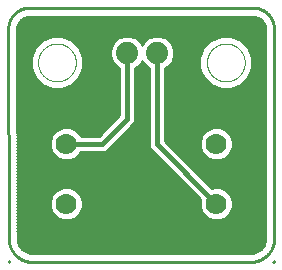
<source format=gbl>
G75*
%MOIN*%
%OFA0B0*%
%FSLAX25Y25*%
%IPPOS*%
%LPD*%
%AMOC8*
5,1,8,0,0,1.08239X$1,22.5*
%
%ADD10C,0.00000*%
%ADD11C,0.01000*%
%ADD12C,0.07000*%
%ADD13C,0.07400*%
%ADD14C,0.01500*%
%ADD15C,0.02978*%
D10*
X0011443Y0068035D02*
X0011445Y0068193D01*
X0011451Y0068351D01*
X0011461Y0068509D01*
X0011475Y0068667D01*
X0011493Y0068824D01*
X0011514Y0068981D01*
X0011540Y0069137D01*
X0011570Y0069293D01*
X0011603Y0069448D01*
X0011641Y0069601D01*
X0011682Y0069754D01*
X0011727Y0069906D01*
X0011776Y0070057D01*
X0011829Y0070206D01*
X0011885Y0070354D01*
X0011945Y0070500D01*
X0012009Y0070645D01*
X0012077Y0070788D01*
X0012148Y0070930D01*
X0012222Y0071070D01*
X0012300Y0071207D01*
X0012382Y0071343D01*
X0012466Y0071477D01*
X0012555Y0071608D01*
X0012646Y0071737D01*
X0012741Y0071864D01*
X0012838Y0071989D01*
X0012939Y0072111D01*
X0013043Y0072230D01*
X0013150Y0072347D01*
X0013260Y0072461D01*
X0013373Y0072572D01*
X0013488Y0072681D01*
X0013606Y0072786D01*
X0013727Y0072888D01*
X0013850Y0072988D01*
X0013976Y0073084D01*
X0014104Y0073177D01*
X0014234Y0073267D01*
X0014367Y0073353D01*
X0014502Y0073437D01*
X0014638Y0073516D01*
X0014777Y0073593D01*
X0014918Y0073665D01*
X0015060Y0073735D01*
X0015204Y0073800D01*
X0015350Y0073862D01*
X0015497Y0073920D01*
X0015646Y0073975D01*
X0015796Y0074026D01*
X0015947Y0074073D01*
X0016099Y0074116D01*
X0016252Y0074155D01*
X0016407Y0074191D01*
X0016562Y0074222D01*
X0016718Y0074250D01*
X0016874Y0074274D01*
X0017031Y0074294D01*
X0017189Y0074310D01*
X0017346Y0074322D01*
X0017505Y0074330D01*
X0017663Y0074334D01*
X0017821Y0074334D01*
X0017979Y0074330D01*
X0018138Y0074322D01*
X0018295Y0074310D01*
X0018453Y0074294D01*
X0018610Y0074274D01*
X0018766Y0074250D01*
X0018922Y0074222D01*
X0019077Y0074191D01*
X0019232Y0074155D01*
X0019385Y0074116D01*
X0019537Y0074073D01*
X0019688Y0074026D01*
X0019838Y0073975D01*
X0019987Y0073920D01*
X0020134Y0073862D01*
X0020280Y0073800D01*
X0020424Y0073735D01*
X0020566Y0073665D01*
X0020707Y0073593D01*
X0020846Y0073516D01*
X0020982Y0073437D01*
X0021117Y0073353D01*
X0021250Y0073267D01*
X0021380Y0073177D01*
X0021508Y0073084D01*
X0021634Y0072988D01*
X0021757Y0072888D01*
X0021878Y0072786D01*
X0021996Y0072681D01*
X0022111Y0072572D01*
X0022224Y0072461D01*
X0022334Y0072347D01*
X0022441Y0072230D01*
X0022545Y0072111D01*
X0022646Y0071989D01*
X0022743Y0071864D01*
X0022838Y0071737D01*
X0022929Y0071608D01*
X0023018Y0071477D01*
X0023102Y0071343D01*
X0023184Y0071207D01*
X0023262Y0071070D01*
X0023336Y0070930D01*
X0023407Y0070788D01*
X0023475Y0070645D01*
X0023539Y0070500D01*
X0023599Y0070354D01*
X0023655Y0070206D01*
X0023708Y0070057D01*
X0023757Y0069906D01*
X0023802Y0069754D01*
X0023843Y0069601D01*
X0023881Y0069448D01*
X0023914Y0069293D01*
X0023944Y0069137D01*
X0023970Y0068981D01*
X0023991Y0068824D01*
X0024009Y0068667D01*
X0024023Y0068509D01*
X0024033Y0068351D01*
X0024039Y0068193D01*
X0024041Y0068035D01*
X0024039Y0067877D01*
X0024033Y0067719D01*
X0024023Y0067561D01*
X0024009Y0067403D01*
X0023991Y0067246D01*
X0023970Y0067089D01*
X0023944Y0066933D01*
X0023914Y0066777D01*
X0023881Y0066622D01*
X0023843Y0066469D01*
X0023802Y0066316D01*
X0023757Y0066164D01*
X0023708Y0066013D01*
X0023655Y0065864D01*
X0023599Y0065716D01*
X0023539Y0065570D01*
X0023475Y0065425D01*
X0023407Y0065282D01*
X0023336Y0065140D01*
X0023262Y0065000D01*
X0023184Y0064863D01*
X0023102Y0064727D01*
X0023018Y0064593D01*
X0022929Y0064462D01*
X0022838Y0064333D01*
X0022743Y0064206D01*
X0022646Y0064081D01*
X0022545Y0063959D01*
X0022441Y0063840D01*
X0022334Y0063723D01*
X0022224Y0063609D01*
X0022111Y0063498D01*
X0021996Y0063389D01*
X0021878Y0063284D01*
X0021757Y0063182D01*
X0021634Y0063082D01*
X0021508Y0062986D01*
X0021380Y0062893D01*
X0021250Y0062803D01*
X0021117Y0062717D01*
X0020982Y0062633D01*
X0020846Y0062554D01*
X0020707Y0062477D01*
X0020566Y0062405D01*
X0020424Y0062335D01*
X0020280Y0062270D01*
X0020134Y0062208D01*
X0019987Y0062150D01*
X0019838Y0062095D01*
X0019688Y0062044D01*
X0019537Y0061997D01*
X0019385Y0061954D01*
X0019232Y0061915D01*
X0019077Y0061879D01*
X0018922Y0061848D01*
X0018766Y0061820D01*
X0018610Y0061796D01*
X0018453Y0061776D01*
X0018295Y0061760D01*
X0018138Y0061748D01*
X0017979Y0061740D01*
X0017821Y0061736D01*
X0017663Y0061736D01*
X0017505Y0061740D01*
X0017346Y0061748D01*
X0017189Y0061760D01*
X0017031Y0061776D01*
X0016874Y0061796D01*
X0016718Y0061820D01*
X0016562Y0061848D01*
X0016407Y0061879D01*
X0016252Y0061915D01*
X0016099Y0061954D01*
X0015947Y0061997D01*
X0015796Y0062044D01*
X0015646Y0062095D01*
X0015497Y0062150D01*
X0015350Y0062208D01*
X0015204Y0062270D01*
X0015060Y0062335D01*
X0014918Y0062405D01*
X0014777Y0062477D01*
X0014638Y0062554D01*
X0014502Y0062633D01*
X0014367Y0062717D01*
X0014234Y0062803D01*
X0014104Y0062893D01*
X0013976Y0062986D01*
X0013850Y0063082D01*
X0013727Y0063182D01*
X0013606Y0063284D01*
X0013488Y0063389D01*
X0013373Y0063498D01*
X0013260Y0063609D01*
X0013150Y0063723D01*
X0013043Y0063840D01*
X0012939Y0063959D01*
X0012838Y0064081D01*
X0012741Y0064206D01*
X0012646Y0064333D01*
X0012555Y0064462D01*
X0012466Y0064593D01*
X0012382Y0064727D01*
X0012300Y0064863D01*
X0012222Y0065000D01*
X0012148Y0065140D01*
X0012077Y0065282D01*
X0012009Y0065425D01*
X0011945Y0065570D01*
X0011885Y0065716D01*
X0011829Y0065864D01*
X0011776Y0066013D01*
X0011727Y0066164D01*
X0011682Y0066316D01*
X0011641Y0066469D01*
X0011603Y0066622D01*
X0011570Y0066777D01*
X0011540Y0066933D01*
X0011514Y0067089D01*
X0011493Y0067246D01*
X0011475Y0067403D01*
X0011461Y0067561D01*
X0011451Y0067719D01*
X0011445Y0067877D01*
X0011443Y0068035D01*
X0067742Y0068035D02*
X0067744Y0068193D01*
X0067750Y0068351D01*
X0067760Y0068509D01*
X0067774Y0068667D01*
X0067792Y0068824D01*
X0067813Y0068981D01*
X0067839Y0069137D01*
X0067869Y0069293D01*
X0067902Y0069448D01*
X0067940Y0069601D01*
X0067981Y0069754D01*
X0068026Y0069906D01*
X0068075Y0070057D01*
X0068128Y0070206D01*
X0068184Y0070354D01*
X0068244Y0070500D01*
X0068308Y0070645D01*
X0068376Y0070788D01*
X0068447Y0070930D01*
X0068521Y0071070D01*
X0068599Y0071207D01*
X0068681Y0071343D01*
X0068765Y0071477D01*
X0068854Y0071608D01*
X0068945Y0071737D01*
X0069040Y0071864D01*
X0069137Y0071989D01*
X0069238Y0072111D01*
X0069342Y0072230D01*
X0069449Y0072347D01*
X0069559Y0072461D01*
X0069672Y0072572D01*
X0069787Y0072681D01*
X0069905Y0072786D01*
X0070026Y0072888D01*
X0070149Y0072988D01*
X0070275Y0073084D01*
X0070403Y0073177D01*
X0070533Y0073267D01*
X0070666Y0073353D01*
X0070801Y0073437D01*
X0070937Y0073516D01*
X0071076Y0073593D01*
X0071217Y0073665D01*
X0071359Y0073735D01*
X0071503Y0073800D01*
X0071649Y0073862D01*
X0071796Y0073920D01*
X0071945Y0073975D01*
X0072095Y0074026D01*
X0072246Y0074073D01*
X0072398Y0074116D01*
X0072551Y0074155D01*
X0072706Y0074191D01*
X0072861Y0074222D01*
X0073017Y0074250D01*
X0073173Y0074274D01*
X0073330Y0074294D01*
X0073488Y0074310D01*
X0073645Y0074322D01*
X0073804Y0074330D01*
X0073962Y0074334D01*
X0074120Y0074334D01*
X0074278Y0074330D01*
X0074437Y0074322D01*
X0074594Y0074310D01*
X0074752Y0074294D01*
X0074909Y0074274D01*
X0075065Y0074250D01*
X0075221Y0074222D01*
X0075376Y0074191D01*
X0075531Y0074155D01*
X0075684Y0074116D01*
X0075836Y0074073D01*
X0075987Y0074026D01*
X0076137Y0073975D01*
X0076286Y0073920D01*
X0076433Y0073862D01*
X0076579Y0073800D01*
X0076723Y0073735D01*
X0076865Y0073665D01*
X0077006Y0073593D01*
X0077145Y0073516D01*
X0077281Y0073437D01*
X0077416Y0073353D01*
X0077549Y0073267D01*
X0077679Y0073177D01*
X0077807Y0073084D01*
X0077933Y0072988D01*
X0078056Y0072888D01*
X0078177Y0072786D01*
X0078295Y0072681D01*
X0078410Y0072572D01*
X0078523Y0072461D01*
X0078633Y0072347D01*
X0078740Y0072230D01*
X0078844Y0072111D01*
X0078945Y0071989D01*
X0079042Y0071864D01*
X0079137Y0071737D01*
X0079228Y0071608D01*
X0079317Y0071477D01*
X0079401Y0071343D01*
X0079483Y0071207D01*
X0079561Y0071070D01*
X0079635Y0070930D01*
X0079706Y0070788D01*
X0079774Y0070645D01*
X0079838Y0070500D01*
X0079898Y0070354D01*
X0079954Y0070206D01*
X0080007Y0070057D01*
X0080056Y0069906D01*
X0080101Y0069754D01*
X0080142Y0069601D01*
X0080180Y0069448D01*
X0080213Y0069293D01*
X0080243Y0069137D01*
X0080269Y0068981D01*
X0080290Y0068824D01*
X0080308Y0068667D01*
X0080322Y0068509D01*
X0080332Y0068351D01*
X0080338Y0068193D01*
X0080340Y0068035D01*
X0080338Y0067877D01*
X0080332Y0067719D01*
X0080322Y0067561D01*
X0080308Y0067403D01*
X0080290Y0067246D01*
X0080269Y0067089D01*
X0080243Y0066933D01*
X0080213Y0066777D01*
X0080180Y0066622D01*
X0080142Y0066469D01*
X0080101Y0066316D01*
X0080056Y0066164D01*
X0080007Y0066013D01*
X0079954Y0065864D01*
X0079898Y0065716D01*
X0079838Y0065570D01*
X0079774Y0065425D01*
X0079706Y0065282D01*
X0079635Y0065140D01*
X0079561Y0065000D01*
X0079483Y0064863D01*
X0079401Y0064727D01*
X0079317Y0064593D01*
X0079228Y0064462D01*
X0079137Y0064333D01*
X0079042Y0064206D01*
X0078945Y0064081D01*
X0078844Y0063959D01*
X0078740Y0063840D01*
X0078633Y0063723D01*
X0078523Y0063609D01*
X0078410Y0063498D01*
X0078295Y0063389D01*
X0078177Y0063284D01*
X0078056Y0063182D01*
X0077933Y0063082D01*
X0077807Y0062986D01*
X0077679Y0062893D01*
X0077549Y0062803D01*
X0077416Y0062717D01*
X0077281Y0062633D01*
X0077145Y0062554D01*
X0077006Y0062477D01*
X0076865Y0062405D01*
X0076723Y0062335D01*
X0076579Y0062270D01*
X0076433Y0062208D01*
X0076286Y0062150D01*
X0076137Y0062095D01*
X0075987Y0062044D01*
X0075836Y0061997D01*
X0075684Y0061954D01*
X0075531Y0061915D01*
X0075376Y0061879D01*
X0075221Y0061848D01*
X0075065Y0061820D01*
X0074909Y0061796D01*
X0074752Y0061776D01*
X0074594Y0061760D01*
X0074437Y0061748D01*
X0074278Y0061740D01*
X0074120Y0061736D01*
X0073962Y0061736D01*
X0073804Y0061740D01*
X0073645Y0061748D01*
X0073488Y0061760D01*
X0073330Y0061776D01*
X0073173Y0061796D01*
X0073017Y0061820D01*
X0072861Y0061848D01*
X0072706Y0061879D01*
X0072551Y0061915D01*
X0072398Y0061954D01*
X0072246Y0061997D01*
X0072095Y0062044D01*
X0071945Y0062095D01*
X0071796Y0062150D01*
X0071649Y0062208D01*
X0071503Y0062270D01*
X0071359Y0062335D01*
X0071217Y0062405D01*
X0071076Y0062477D01*
X0070937Y0062554D01*
X0070801Y0062633D01*
X0070666Y0062717D01*
X0070533Y0062803D01*
X0070403Y0062893D01*
X0070275Y0062986D01*
X0070149Y0063082D01*
X0070026Y0063182D01*
X0069905Y0063284D01*
X0069787Y0063389D01*
X0069672Y0063498D01*
X0069559Y0063609D01*
X0069449Y0063723D01*
X0069342Y0063840D01*
X0069238Y0063959D01*
X0069137Y0064081D01*
X0069040Y0064206D01*
X0068945Y0064333D01*
X0068854Y0064462D01*
X0068765Y0064593D01*
X0068681Y0064727D01*
X0068599Y0064863D01*
X0068521Y0065000D01*
X0068447Y0065140D01*
X0068376Y0065282D01*
X0068308Y0065425D01*
X0068244Y0065570D01*
X0068184Y0065716D01*
X0068128Y0065864D01*
X0068075Y0066013D01*
X0068026Y0066164D01*
X0067981Y0066316D01*
X0067940Y0066469D01*
X0067902Y0066622D01*
X0067869Y0066777D01*
X0067839Y0066933D01*
X0067813Y0067089D01*
X0067792Y0067246D01*
X0067774Y0067403D01*
X0067760Y0067561D01*
X0067750Y0067719D01*
X0067744Y0067877D01*
X0067742Y0068035D01*
D11*
X0001896Y0001500D02*
X0001610Y0001500D01*
X0001610Y0001785D01*
X0001730Y0001621D01*
X0001896Y0001500D01*
X0001730Y0001621D02*
X0001730Y0001621D01*
X0001730Y0001621D01*
X0006067Y0005963D02*
X0005147Y0007227D01*
X0004662Y0008713D01*
X0004600Y0009495D01*
X0004599Y0010092D01*
X0004509Y0079272D01*
X0004558Y0079898D01*
X0004943Y0081090D01*
X0005679Y0082104D01*
X0006692Y0082841D01*
X0007883Y0083228D01*
X0008509Y0083277D01*
X0082495Y0083277D01*
X0082495Y0083277D01*
X0083085Y0083277D01*
X0083092Y0083277D01*
X0083872Y0083200D01*
X0085312Y0082604D01*
X0086416Y0081503D01*
X0087014Y0080063D01*
X0087092Y0079283D01*
X0087092Y0079253D01*
X0087183Y0009534D01*
X0087183Y0009506D01*
X0087122Y0008723D01*
X0086640Y0007234D01*
X0085720Y0005967D01*
X0084454Y0005046D01*
X0082965Y0004562D01*
X0082183Y0004500D01*
X0009600Y0004500D01*
X0008819Y0004562D01*
X0007332Y0005044D01*
X0006067Y0005963D01*
X0006162Y0005894D02*
X0085620Y0005894D01*
X0086392Y0006892D02*
X0005390Y0006892D01*
X0004931Y0007891D02*
X0086852Y0007891D01*
X0087135Y0008889D02*
X0004648Y0008889D01*
X0004600Y0009888D02*
X0087182Y0009888D01*
X0087181Y0010886D02*
X0004598Y0010886D01*
X0004599Y0010092D02*
X0004599Y0010092D01*
X0004597Y0011885D02*
X0087180Y0011885D01*
X0087178Y0012883D02*
X0004596Y0012883D01*
X0004594Y0013882D02*
X0087177Y0013882D01*
X0087176Y0014880D02*
X0004593Y0014880D01*
X0004592Y0015879D02*
X0018664Y0015879D01*
X0017776Y0016247D02*
X0019797Y0015409D01*
X0021985Y0015409D01*
X0024007Y0016247D01*
X0025554Y0017794D01*
X0026391Y0019815D01*
X0026391Y0022003D01*
X0025554Y0024025D01*
X0024007Y0025572D01*
X0021985Y0026409D01*
X0019797Y0026409D01*
X0017776Y0025572D01*
X0016229Y0024025D01*
X0015391Y0022003D01*
X0015391Y0019815D01*
X0016229Y0017794D01*
X0017776Y0016247D01*
X0017145Y0016877D02*
X0004590Y0016877D01*
X0004589Y0017876D02*
X0016195Y0017876D01*
X0015781Y0018874D02*
X0004588Y0018874D01*
X0004586Y0019873D02*
X0015391Y0019873D01*
X0015391Y0020871D02*
X0004585Y0020871D01*
X0004584Y0021870D02*
X0015391Y0021870D01*
X0015750Y0022868D02*
X0004583Y0022868D01*
X0004581Y0023867D02*
X0016163Y0023867D01*
X0017069Y0024865D02*
X0004580Y0024865D01*
X0004579Y0025864D02*
X0018480Y0025864D01*
X0023302Y0025864D02*
X0062048Y0025864D01*
X0063046Y0024865D02*
X0024714Y0024865D01*
X0025619Y0023867D02*
X0064045Y0023867D01*
X0065043Y0022868D02*
X0026033Y0022868D01*
X0026391Y0021870D02*
X0065391Y0021870D01*
X0065391Y0022003D02*
X0065391Y0019815D01*
X0066229Y0017794D01*
X0067776Y0016247D01*
X0069797Y0015409D01*
X0071985Y0015409D01*
X0074007Y0016247D01*
X0075554Y0017794D01*
X0076391Y0019815D01*
X0076391Y0022003D01*
X0075554Y0024025D01*
X0074007Y0025572D01*
X0071985Y0026409D01*
X0069797Y0026409D01*
X0069432Y0026258D01*
X0053841Y0041849D01*
X0053841Y0066157D01*
X0054333Y0066361D01*
X0055936Y0067964D01*
X0056804Y0070059D01*
X0056804Y0072327D01*
X0055936Y0074422D01*
X0054333Y0076025D01*
X0052238Y0076893D01*
X0049970Y0076893D01*
X0047875Y0076025D01*
X0046272Y0074422D01*
X0046104Y0074017D01*
X0045936Y0074422D01*
X0044333Y0076025D01*
X0042238Y0076893D01*
X0039970Y0076893D01*
X0037875Y0076025D01*
X0036272Y0074422D01*
X0035404Y0072327D01*
X0035404Y0070059D01*
X0036272Y0067964D01*
X0037875Y0066361D01*
X0038354Y0066162D01*
X0038354Y0050390D01*
X0031623Y0043659D01*
X0025705Y0043659D01*
X0025554Y0044025D01*
X0024007Y0045572D01*
X0021985Y0046409D01*
X0019797Y0046409D01*
X0017776Y0045572D01*
X0016229Y0044025D01*
X0015391Y0042003D01*
X0015391Y0039815D01*
X0016229Y0037794D01*
X0017776Y0036247D01*
X0019797Y0035409D01*
X0021985Y0035409D01*
X0024007Y0036247D01*
X0025554Y0037794D01*
X0025705Y0038159D01*
X0033309Y0038159D01*
X0034320Y0038578D01*
X0043435Y0047693D01*
X0043854Y0048704D01*
X0043854Y0066162D01*
X0044333Y0066361D01*
X0045936Y0067964D01*
X0046104Y0068369D01*
X0046272Y0067964D01*
X0047875Y0066361D01*
X0048341Y0066168D01*
X0048341Y0040162D01*
X0048760Y0039152D01*
X0049534Y0038378D01*
X0065543Y0022369D01*
X0065391Y0022003D01*
X0065391Y0020871D02*
X0026391Y0020871D01*
X0026391Y0019873D02*
X0065391Y0019873D01*
X0065781Y0018874D02*
X0026002Y0018874D01*
X0025588Y0017876D02*
X0066195Y0017876D01*
X0067145Y0016877D02*
X0024637Y0016877D01*
X0023118Y0015879D02*
X0068664Y0015879D01*
X0073118Y0015879D02*
X0087174Y0015879D01*
X0087173Y0016877D02*
X0074637Y0016877D01*
X0075588Y0017876D02*
X0087172Y0017876D01*
X0087170Y0018874D02*
X0076002Y0018874D01*
X0076391Y0019873D02*
X0087169Y0019873D01*
X0087168Y0020871D02*
X0076391Y0020871D01*
X0076391Y0021870D02*
X0087167Y0021870D01*
X0087165Y0022868D02*
X0076033Y0022868D01*
X0075619Y0023867D02*
X0087164Y0023867D01*
X0087163Y0024865D02*
X0074714Y0024865D01*
X0073302Y0025864D02*
X0087161Y0025864D01*
X0087160Y0026862D02*
X0068827Y0026862D01*
X0067829Y0027861D02*
X0087159Y0027861D01*
X0087157Y0028859D02*
X0066830Y0028859D01*
X0065832Y0029858D02*
X0087156Y0029858D01*
X0087155Y0030856D02*
X0064833Y0030856D01*
X0063835Y0031855D02*
X0087154Y0031855D01*
X0087152Y0032853D02*
X0062836Y0032853D01*
X0061838Y0033852D02*
X0087151Y0033852D01*
X0087150Y0034850D02*
X0060839Y0034850D01*
X0059841Y0035849D02*
X0068736Y0035849D01*
X0067776Y0036247D02*
X0069797Y0035409D01*
X0071985Y0035409D01*
X0074007Y0036247D01*
X0075554Y0037794D01*
X0076391Y0039815D01*
X0076391Y0042003D01*
X0075554Y0044025D01*
X0074007Y0045572D01*
X0071985Y0046409D01*
X0069797Y0046409D01*
X0067776Y0045572D01*
X0066229Y0044025D01*
X0065391Y0042003D01*
X0065391Y0039815D01*
X0066229Y0037794D01*
X0067776Y0036247D01*
X0067175Y0036848D02*
X0058842Y0036848D01*
X0057844Y0037846D02*
X0066207Y0037846D01*
X0065793Y0038845D02*
X0056845Y0038845D01*
X0055847Y0039843D02*
X0065391Y0039843D01*
X0065391Y0040842D02*
X0054848Y0040842D01*
X0053850Y0041840D02*
X0065391Y0041840D01*
X0065737Y0042839D02*
X0053841Y0042839D01*
X0053841Y0043837D02*
X0066151Y0043837D01*
X0067039Y0044836D02*
X0053841Y0044836D01*
X0053841Y0045834D02*
X0068408Y0045834D01*
X0073374Y0045834D02*
X0087135Y0045834D01*
X0087137Y0044836D02*
X0074743Y0044836D01*
X0075632Y0043837D02*
X0087138Y0043837D01*
X0087139Y0042839D02*
X0076045Y0042839D01*
X0076391Y0041840D02*
X0087141Y0041840D01*
X0087142Y0040842D02*
X0076391Y0040842D01*
X0076391Y0039843D02*
X0087143Y0039843D01*
X0087144Y0038845D02*
X0075989Y0038845D01*
X0075576Y0037846D02*
X0087146Y0037846D01*
X0087147Y0036848D02*
X0074608Y0036848D01*
X0073047Y0035849D02*
X0087148Y0035849D01*
X0087134Y0046833D02*
X0053841Y0046833D01*
X0053841Y0047831D02*
X0087133Y0047831D01*
X0087131Y0048830D02*
X0053841Y0048830D01*
X0053841Y0049828D02*
X0087130Y0049828D01*
X0087129Y0050827D02*
X0053841Y0050827D01*
X0053841Y0051825D02*
X0087128Y0051825D01*
X0087126Y0052824D02*
X0053841Y0052824D01*
X0053841Y0053822D02*
X0087125Y0053822D01*
X0087124Y0054821D02*
X0053841Y0054821D01*
X0053841Y0055819D02*
X0087122Y0055819D01*
X0087121Y0056818D02*
X0053841Y0056818D01*
X0053841Y0057816D02*
X0087120Y0057816D01*
X0087118Y0058815D02*
X0053841Y0058815D01*
X0053841Y0059813D02*
X0070898Y0059813D01*
X0072291Y0059236D02*
X0075791Y0059236D01*
X0079025Y0060576D01*
X0081501Y0063051D01*
X0082840Y0066285D01*
X0082840Y0069786D01*
X0081501Y0073020D01*
X0079025Y0075495D01*
X0075791Y0076835D01*
X0072291Y0076835D01*
X0069057Y0075495D01*
X0066581Y0073020D01*
X0065242Y0069786D01*
X0065242Y0066285D01*
X0066581Y0063051D01*
X0069057Y0060576D01*
X0072291Y0059236D01*
X0068821Y0060812D02*
X0053841Y0060812D01*
X0053841Y0061810D02*
X0067822Y0061810D01*
X0066824Y0062809D02*
X0053841Y0062809D01*
X0053841Y0063807D02*
X0066268Y0063807D01*
X0065854Y0064806D02*
X0053841Y0064806D01*
X0053841Y0065804D02*
X0065441Y0065804D01*
X0065242Y0066803D02*
X0054775Y0066803D01*
X0055773Y0067801D02*
X0065242Y0067801D01*
X0065242Y0068800D02*
X0056282Y0068800D01*
X0056696Y0069798D02*
X0065247Y0069798D01*
X0065661Y0070797D02*
X0056804Y0070797D01*
X0056804Y0071795D02*
X0066074Y0071795D01*
X0066488Y0072794D02*
X0056610Y0072794D01*
X0056197Y0073792D02*
X0067354Y0073792D01*
X0068352Y0074791D02*
X0055567Y0074791D01*
X0054568Y0075789D02*
X0069767Y0075789D01*
X0072178Y0076788D02*
X0052491Y0076788D01*
X0049717Y0076788D02*
X0042491Y0076788D01*
X0044568Y0075789D02*
X0047639Y0075789D01*
X0046641Y0074791D02*
X0045567Y0074791D01*
X0039717Y0076788D02*
X0019605Y0076788D01*
X0019492Y0076835D02*
X0015991Y0076835D01*
X0012757Y0075495D01*
X0010282Y0073020D01*
X0008943Y0069786D01*
X0008943Y0066285D01*
X0010282Y0063051D01*
X0012757Y0060576D01*
X0015991Y0059236D01*
X0019492Y0059236D01*
X0022726Y0060576D01*
X0025201Y0063051D01*
X0026541Y0066285D01*
X0026541Y0069786D01*
X0025201Y0073020D01*
X0022726Y0075495D01*
X0019492Y0076835D01*
X0022015Y0075789D02*
X0037639Y0075789D01*
X0036641Y0074791D02*
X0023430Y0074791D01*
X0024429Y0073792D02*
X0036011Y0073792D01*
X0035597Y0072794D02*
X0025295Y0072794D01*
X0025708Y0071795D02*
X0035404Y0071795D01*
X0035404Y0070797D02*
X0026122Y0070797D01*
X0026536Y0069798D02*
X0035512Y0069798D01*
X0035926Y0068800D02*
X0026541Y0068800D01*
X0026541Y0067801D02*
X0036434Y0067801D01*
X0037433Y0066803D02*
X0026541Y0066803D01*
X0026342Y0065804D02*
X0038354Y0065804D01*
X0038354Y0064806D02*
X0025928Y0064806D01*
X0025515Y0063807D02*
X0038354Y0063807D01*
X0038354Y0062809D02*
X0024959Y0062809D01*
X0023961Y0061810D02*
X0038354Y0061810D01*
X0038354Y0060812D02*
X0022962Y0060812D01*
X0020885Y0059813D02*
X0038354Y0059813D01*
X0038354Y0058815D02*
X0004536Y0058815D01*
X0004534Y0059813D02*
X0014598Y0059813D01*
X0012521Y0060812D02*
X0004533Y0060812D01*
X0004532Y0061810D02*
X0011523Y0061810D01*
X0010524Y0062809D02*
X0004531Y0062809D01*
X0004529Y0063807D02*
X0009969Y0063807D01*
X0009555Y0064806D02*
X0004528Y0064806D01*
X0004527Y0065804D02*
X0009142Y0065804D01*
X0008943Y0066803D02*
X0004525Y0066803D01*
X0004524Y0067801D02*
X0008943Y0067801D01*
X0008943Y0068800D02*
X0004523Y0068800D01*
X0004521Y0069798D02*
X0008948Y0069798D01*
X0009361Y0070797D02*
X0004520Y0070797D01*
X0004519Y0071795D02*
X0009775Y0071795D01*
X0010189Y0072794D02*
X0004518Y0072794D01*
X0004516Y0073792D02*
X0011055Y0073792D01*
X0012053Y0074791D02*
X0004515Y0074791D01*
X0004514Y0075789D02*
X0013468Y0075789D01*
X0015879Y0076788D02*
X0004512Y0076788D01*
X0004511Y0077786D02*
X0087094Y0077786D01*
X0087095Y0076788D02*
X0075904Y0076788D01*
X0078314Y0075789D02*
X0087096Y0075789D01*
X0087098Y0074791D02*
X0079729Y0074791D01*
X0080728Y0073792D02*
X0087099Y0073792D01*
X0087100Y0072794D02*
X0081594Y0072794D01*
X0082008Y0071795D02*
X0087102Y0071795D01*
X0087103Y0070797D02*
X0082421Y0070797D01*
X0082835Y0069798D02*
X0087104Y0069798D01*
X0087105Y0068800D02*
X0082840Y0068800D01*
X0082840Y0067801D02*
X0087107Y0067801D01*
X0087108Y0066803D02*
X0082840Y0066803D01*
X0082641Y0065804D02*
X0087109Y0065804D01*
X0087111Y0064806D02*
X0082227Y0064806D01*
X0081814Y0063807D02*
X0087112Y0063807D01*
X0087113Y0062809D02*
X0081258Y0062809D01*
X0080260Y0061810D02*
X0087115Y0061810D01*
X0087116Y0060812D02*
X0079261Y0060812D01*
X0077184Y0059813D02*
X0087117Y0059813D01*
X0087092Y0078785D02*
X0004510Y0078785D01*
X0004549Y0079784D02*
X0087042Y0079784D01*
X0086715Y0080782D02*
X0004844Y0080782D01*
X0005444Y0081781D02*
X0086137Y0081781D01*
X0084890Y0082779D02*
X0006607Y0082779D01*
X0008509Y0086277D02*
X0083092Y0086277D01*
X0083092Y0086278D02*
X0083263Y0086276D01*
X0083435Y0086270D01*
X0083606Y0086259D01*
X0083777Y0086244D01*
X0083948Y0086225D01*
X0084118Y0086202D01*
X0084287Y0086175D01*
X0084456Y0086144D01*
X0084624Y0086108D01*
X0084791Y0086069D01*
X0084957Y0086025D01*
X0085122Y0085977D01*
X0085286Y0085925D01*
X0085448Y0085870D01*
X0085609Y0085810D01*
X0085768Y0085746D01*
X0085926Y0085679D01*
X0086082Y0085607D01*
X0086236Y0085532D01*
X0086389Y0085453D01*
X0086539Y0085370D01*
X0086688Y0085284D01*
X0086834Y0085194D01*
X0086978Y0085100D01*
X0087119Y0085003D01*
X0087259Y0084903D01*
X0087395Y0084799D01*
X0087529Y0084692D01*
X0087661Y0084581D01*
X0087789Y0084468D01*
X0087915Y0084351D01*
X0088038Y0084231D01*
X0088158Y0084109D01*
X0088275Y0083983D01*
X0088389Y0083854D01*
X0088500Y0083723D01*
X0088607Y0083589D01*
X0088711Y0083453D01*
X0088812Y0083314D01*
X0088909Y0083172D01*
X0089003Y0083028D01*
X0089093Y0082882D01*
X0089179Y0082734D01*
X0089262Y0082584D01*
X0089341Y0082431D01*
X0089417Y0082277D01*
X0089489Y0082121D01*
X0089556Y0081964D01*
X0089620Y0081804D01*
X0089680Y0081643D01*
X0089736Y0081481D01*
X0089788Y0081318D01*
X0089836Y0081153D01*
X0089880Y0080987D01*
X0089920Y0080820D01*
X0089956Y0080652D01*
X0089987Y0080483D01*
X0090015Y0080314D01*
X0090038Y0080144D01*
X0090057Y0079973D01*
X0090072Y0079802D01*
X0090083Y0079631D01*
X0090090Y0079459D01*
X0090092Y0079288D01*
X0090092Y0079287D02*
X0090183Y0009510D01*
X0083991Y0004895D02*
X0007791Y0004895D01*
X0009600Y0001500D02*
X0082183Y0001500D01*
X0089885Y0001500D02*
X0090063Y0001630D01*
X0090193Y0001809D01*
X0090193Y0001500D01*
X0089885Y0001500D01*
X0090063Y0001630D02*
X0090063Y0001630D01*
X0090063Y0001630D01*
X0090183Y0009510D02*
X0090181Y0009317D01*
X0090174Y0009123D01*
X0090163Y0008930D01*
X0090147Y0008737D01*
X0090126Y0008545D01*
X0090100Y0008353D01*
X0090070Y0008162D01*
X0090036Y0007972D01*
X0089996Y0007782D01*
X0089953Y0007594D01*
X0089904Y0007406D01*
X0089851Y0007220D01*
X0089794Y0007036D01*
X0089732Y0006852D01*
X0089666Y0006670D01*
X0089595Y0006490D01*
X0089520Y0006312D01*
X0089441Y0006135D01*
X0089358Y0005961D01*
X0089270Y0005788D01*
X0089178Y0005618D01*
X0089082Y0005450D01*
X0088982Y0005284D01*
X0088878Y0005121D01*
X0088770Y0004961D01*
X0088659Y0004803D01*
X0088543Y0004647D01*
X0088424Y0004495D01*
X0088301Y0004346D01*
X0088175Y0004199D01*
X0088045Y0004056D01*
X0087911Y0003916D01*
X0087775Y0003779D01*
X0087635Y0003645D01*
X0087491Y0003515D01*
X0087345Y0003388D01*
X0087196Y0003265D01*
X0087044Y0003146D01*
X0086889Y0003030D01*
X0086731Y0002918D01*
X0086570Y0002810D01*
X0086407Y0002706D01*
X0086242Y0002606D01*
X0086074Y0002510D01*
X0085904Y0002418D01*
X0085731Y0002330D01*
X0085557Y0002246D01*
X0085380Y0002167D01*
X0085202Y0002092D01*
X0085022Y0002021D01*
X0084840Y0001954D01*
X0084657Y0001892D01*
X0084472Y0001835D01*
X0084286Y0001781D01*
X0084099Y0001733D01*
X0083911Y0001689D01*
X0083721Y0001649D01*
X0083531Y0001614D01*
X0083340Y0001584D01*
X0083148Y0001558D01*
X0082956Y0001537D01*
X0082763Y0001521D01*
X0082570Y0001509D01*
X0082376Y0001502D01*
X0082183Y0001500D01*
X0061049Y0026862D02*
X0004577Y0026862D01*
X0004576Y0027861D02*
X0060051Y0027861D01*
X0059052Y0028859D02*
X0004575Y0028859D01*
X0004573Y0029858D02*
X0058054Y0029858D01*
X0057055Y0030856D02*
X0004572Y0030856D01*
X0004571Y0031855D02*
X0056057Y0031855D01*
X0055058Y0032853D02*
X0004570Y0032853D01*
X0004568Y0033852D02*
X0054060Y0033852D01*
X0053061Y0034850D02*
X0004567Y0034850D01*
X0004566Y0035849D02*
X0018736Y0035849D01*
X0017175Y0036848D02*
X0004564Y0036848D01*
X0004563Y0037846D02*
X0016207Y0037846D01*
X0015793Y0038845D02*
X0004562Y0038845D01*
X0004560Y0039843D02*
X0015391Y0039843D01*
X0015391Y0040842D02*
X0004559Y0040842D01*
X0004558Y0041840D02*
X0015391Y0041840D01*
X0015737Y0042839D02*
X0004557Y0042839D01*
X0004555Y0043837D02*
X0016151Y0043837D01*
X0017039Y0044836D02*
X0004554Y0044836D01*
X0004553Y0045834D02*
X0018408Y0045834D01*
X0023374Y0045834D02*
X0033798Y0045834D01*
X0034796Y0046833D02*
X0004551Y0046833D01*
X0004550Y0047831D02*
X0035795Y0047831D01*
X0036793Y0048830D02*
X0004549Y0048830D01*
X0004547Y0049828D02*
X0037792Y0049828D01*
X0038354Y0050827D02*
X0004546Y0050827D01*
X0004545Y0051825D02*
X0038354Y0051825D01*
X0038354Y0052824D02*
X0004544Y0052824D01*
X0004542Y0053822D02*
X0038354Y0053822D01*
X0038354Y0054821D02*
X0004541Y0054821D01*
X0004540Y0055819D02*
X0038354Y0055819D01*
X0038354Y0056818D02*
X0004538Y0056818D01*
X0004537Y0057816D02*
X0038354Y0057816D01*
X0043854Y0057816D02*
X0048341Y0057816D01*
X0048341Y0056818D02*
X0043854Y0056818D01*
X0043854Y0055819D02*
X0048341Y0055819D01*
X0048341Y0054821D02*
X0043854Y0054821D01*
X0043854Y0053822D02*
X0048341Y0053822D01*
X0048341Y0052824D02*
X0043854Y0052824D01*
X0043854Y0051825D02*
X0048341Y0051825D01*
X0048341Y0050827D02*
X0043854Y0050827D01*
X0043854Y0049828D02*
X0048341Y0049828D01*
X0048341Y0048830D02*
X0043854Y0048830D01*
X0043492Y0047831D02*
X0048341Y0047831D01*
X0048341Y0046833D02*
X0042574Y0046833D01*
X0041576Y0045834D02*
X0048341Y0045834D01*
X0048341Y0044836D02*
X0040577Y0044836D01*
X0039579Y0043837D02*
X0048341Y0043837D01*
X0048341Y0042839D02*
X0038580Y0042839D01*
X0037582Y0041840D02*
X0048341Y0041840D01*
X0048341Y0040842D02*
X0036583Y0040842D01*
X0035585Y0039843D02*
X0048474Y0039843D01*
X0049067Y0038845D02*
X0034586Y0038845D01*
X0031801Y0043837D02*
X0025632Y0043837D01*
X0024743Y0044836D02*
X0032799Y0044836D01*
X0025576Y0037846D02*
X0050066Y0037846D01*
X0051064Y0036848D02*
X0024608Y0036848D01*
X0023047Y0035849D02*
X0052063Y0035849D01*
X0048341Y0058815D02*
X0043854Y0058815D01*
X0043854Y0059813D02*
X0048341Y0059813D01*
X0048341Y0060812D02*
X0043854Y0060812D01*
X0043854Y0061810D02*
X0048341Y0061810D01*
X0048341Y0062809D02*
X0043854Y0062809D01*
X0043854Y0063807D02*
X0048341Y0063807D01*
X0048341Y0064806D02*
X0043854Y0064806D01*
X0043854Y0065804D02*
X0048341Y0065804D01*
X0047433Y0066803D02*
X0044775Y0066803D01*
X0045773Y0067801D02*
X0046434Y0067801D01*
X0008509Y0086277D02*
X0008340Y0086275D01*
X0008171Y0086269D01*
X0008002Y0086259D01*
X0007833Y0086244D01*
X0007665Y0086226D01*
X0007497Y0086203D01*
X0007330Y0086177D01*
X0007163Y0086146D01*
X0006997Y0086112D01*
X0006832Y0086073D01*
X0006669Y0086031D01*
X0006506Y0085984D01*
X0006344Y0085934D01*
X0006184Y0085880D01*
X0006025Y0085821D01*
X0005867Y0085759D01*
X0005711Y0085694D01*
X0005557Y0085624D01*
X0005404Y0085551D01*
X0005254Y0085474D01*
X0005105Y0085393D01*
X0004958Y0085309D01*
X0004813Y0085222D01*
X0004670Y0085130D01*
X0004530Y0085036D01*
X0004392Y0084938D01*
X0004256Y0084837D01*
X0004123Y0084732D01*
X0003992Y0084625D01*
X0003864Y0084514D01*
X0003739Y0084400D01*
X0003616Y0084283D01*
X0003497Y0084163D01*
X0003380Y0084041D01*
X0003266Y0083915D01*
X0003156Y0083787D01*
X0003048Y0083656D01*
X0002944Y0083523D01*
X0002843Y0083387D01*
X0002745Y0083249D01*
X0002651Y0083108D01*
X0002560Y0082966D01*
X0002472Y0082821D01*
X0002388Y0082674D01*
X0002308Y0082525D01*
X0002231Y0082374D01*
X0002158Y0082221D01*
X0002089Y0082067D01*
X0002023Y0081910D01*
X0001961Y0081753D01*
X0001904Y0081594D01*
X0001849Y0081433D01*
X0001799Y0081272D01*
X0001753Y0081109D01*
X0001711Y0080945D01*
X0001672Y0080780D01*
X0001638Y0080614D01*
X0001608Y0080448D01*
X0001581Y0080280D01*
X0001559Y0080113D01*
X0001541Y0079944D01*
X0001527Y0079776D01*
X0001517Y0079607D01*
X0001511Y0079437D01*
X0001509Y0079268D01*
X0001600Y0009491D01*
X0001603Y0009295D01*
X0001610Y0009099D01*
X0001622Y0008903D01*
X0001639Y0008708D01*
X0001661Y0008513D01*
X0001688Y0008318D01*
X0001719Y0008125D01*
X0001755Y0007932D01*
X0001796Y0007740D01*
X0001842Y0007549D01*
X0001892Y0007360D01*
X0001947Y0007171D01*
X0002006Y0006984D01*
X0002070Y0006799D01*
X0002139Y0006615D01*
X0002212Y0006433D01*
X0002289Y0006252D01*
X0002371Y0006074D01*
X0002457Y0005898D01*
X0002548Y0005724D01*
X0002642Y0005552D01*
X0002741Y0005383D01*
X0002844Y0005216D01*
X0002952Y0005051D01*
X0003063Y0004889D01*
X0003178Y0004731D01*
X0003297Y0004574D01*
X0003419Y0004421D01*
X0003546Y0004271D01*
X0003676Y0004124D01*
X0003809Y0003981D01*
X0003947Y0003840D01*
X0004087Y0003703D01*
X0004231Y0003570D01*
X0004378Y0003440D01*
X0004528Y0003314D01*
X0004681Y0003191D01*
X0004838Y0003073D01*
X0004997Y0002958D01*
X0005158Y0002847D01*
X0005323Y0002740D01*
X0005490Y0002637D01*
X0005660Y0002538D01*
X0005831Y0002444D01*
X0006006Y0002353D01*
X0006182Y0002267D01*
X0006360Y0002186D01*
X0006541Y0002108D01*
X0006723Y0002036D01*
X0006907Y0001967D01*
X0007092Y0001903D01*
X0007280Y0001844D01*
X0007468Y0001790D01*
X0007658Y0001740D01*
X0007849Y0001694D01*
X0008041Y0001654D01*
X0008233Y0001618D01*
X0008427Y0001587D01*
X0008622Y0001560D01*
X0008817Y0001539D01*
X0009012Y0001522D01*
X0009208Y0001510D01*
X0009404Y0001502D01*
X0009600Y0001500D01*
D12*
X0020891Y0020909D03*
X0020891Y0040909D03*
X0070891Y0040909D03*
X0070891Y0020909D03*
D13*
X0051104Y0071193D03*
X0041104Y0071193D03*
D14*
X0041104Y0049251D01*
X0032762Y0040909D01*
X0020891Y0040909D01*
X0051091Y0040709D02*
X0051091Y0071180D01*
X0051091Y0040709D02*
X0070891Y0020909D01*
D15*
X0051091Y0071180D03*
M02*

</source>
